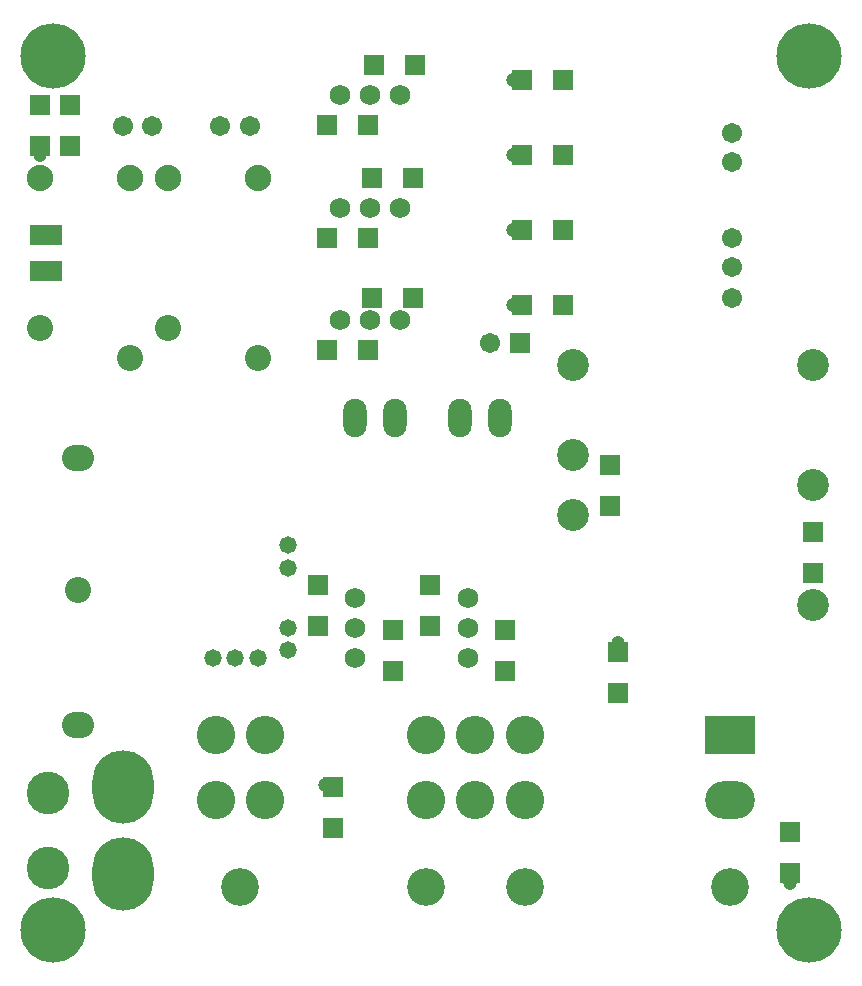
<source format=gbs>
G04 Layer_Color=16711935*
%FSLAX25Y25*%
%MOIN*%
G70*
G01*
G75*
%ADD45R,0.06706X0.06706*%
%ADD46R,0.06706X0.06706*%
%ADD51R,0.11036X0.06706*%
%ADD52C,0.12611*%
%ADD53O,0.16548X0.12611*%
%ADD54R,0.16548X0.12611*%
%ADD55C,0.06706*%
%ADD56C,0.12800*%
%ADD57O,0.20485X0.24422*%
%ADD58C,0.14186*%
%ADD59O,0.07800X0.12800*%
%ADD60O,0.10642X0.08674*%
%ADD61C,0.08674*%
%ADD62C,0.08800*%
%ADD63C,0.06800*%
%ADD64C,0.10642*%
%ADD65C,0.21745*%
%ADD66C,0.05800*%
%ADD67C,0.04737*%
D45*
X197500Y153110D02*
D03*
Y166890D02*
D03*
X265000Y130610D02*
D03*
Y144390D02*
D03*
X162500Y111890D02*
D03*
Y98110D02*
D03*
X137500Y113110D02*
D03*
Y126890D02*
D03*
X125000Y111890D02*
D03*
Y98110D02*
D03*
X100000Y113110D02*
D03*
Y126890D02*
D03*
X257500Y30610D02*
D03*
Y44390D02*
D03*
X200000Y90610D02*
D03*
Y104390D02*
D03*
X7500Y273110D02*
D03*
Y286890D02*
D03*
X17500D02*
D03*
Y273110D02*
D03*
X105000Y59390D02*
D03*
Y45610D02*
D03*
D46*
X103110Y242500D02*
D03*
X116890D02*
D03*
X131890Y262500D02*
D03*
X118110D02*
D03*
X103110Y280000D02*
D03*
X116890D02*
D03*
X132436Y300066D02*
D03*
X118657D02*
D03*
X103110Y205000D02*
D03*
X116890D02*
D03*
X131890Y222500D02*
D03*
X118110D02*
D03*
X168110Y245000D02*
D03*
X181890D02*
D03*
Y220000D02*
D03*
X168110D02*
D03*
X181890Y270000D02*
D03*
X168110D02*
D03*
X181890Y295000D02*
D03*
X168110D02*
D03*
X167500Y207500D02*
D03*
D51*
X9500Y243406D02*
D03*
Y231594D02*
D03*
D52*
X237500Y26260D02*
D03*
X135965D02*
D03*
X169035D02*
D03*
X74232D02*
D03*
D53*
X237500Y55000D02*
D03*
D54*
Y76653D02*
D03*
D55*
X238071Y267657D02*
D03*
Y277500D02*
D03*
X157500Y207500D02*
D03*
X77342Y279900D02*
D03*
X67500D02*
D03*
X44842D02*
D03*
X35000D02*
D03*
X238000Y222500D02*
D03*
Y242500D02*
D03*
Y232658D02*
D03*
D56*
X152500Y76653D02*
D03*
X135965Y55000D02*
D03*
X152500D02*
D03*
X169035D02*
D03*
Y76653D02*
D03*
X135965D02*
D03*
X82500D02*
D03*
X65965Y55000D02*
D03*
X82500D02*
D03*
X65965Y76653D02*
D03*
D57*
X35000Y59469D02*
D03*
Y30531D02*
D03*
D58*
X10000Y32500D02*
D03*
Y57500D02*
D03*
D59*
X112500Y182500D02*
D03*
X125886D02*
D03*
X160886D02*
D03*
X147500D02*
D03*
D60*
X20000Y168976D02*
D03*
Y80000D02*
D03*
D61*
Y125000D02*
D03*
X7500Y212500D02*
D03*
X37500Y202500D02*
D03*
X50000Y212500D02*
D03*
X80000Y202500D02*
D03*
D62*
X37500Y262500D02*
D03*
X7500D02*
D03*
X80000D02*
D03*
X50000D02*
D03*
D63*
X127500Y252500D02*
D03*
X117500D02*
D03*
X107500D02*
D03*
X127500Y290000D02*
D03*
X117500D02*
D03*
X107500D02*
D03*
X127500Y215000D02*
D03*
X117500D02*
D03*
X107500D02*
D03*
X112500Y102500D02*
D03*
Y112500D02*
D03*
Y122500D02*
D03*
X150000Y102500D02*
D03*
Y112500D02*
D03*
Y122500D02*
D03*
D64*
X185000Y200000D02*
D03*
X265000D02*
D03*
Y160000D02*
D03*
Y120000D02*
D03*
X185000Y170000D02*
D03*
Y150000D02*
D03*
D65*
X11811Y303150D02*
D03*
Y11811D02*
D03*
X263779Y303150D02*
D03*
Y11811D02*
D03*
D66*
X90000Y140000D02*
D03*
Y132500D02*
D03*
Y105000D02*
D03*
Y112500D02*
D03*
X65000Y102500D02*
D03*
X72500D02*
D03*
X80000D02*
D03*
D67*
X7500Y270000D02*
D03*
X165000Y245000D02*
D03*
Y270000D02*
D03*
Y295000D02*
D03*
Y220000D02*
D03*
X200000Y107500D02*
D03*
X102500Y60000D02*
D03*
X257500Y27500D02*
D03*
M02*

</source>
